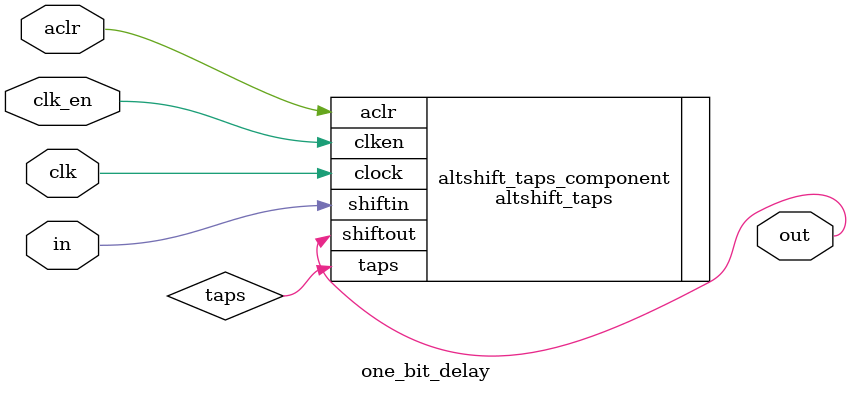
<source format=v>
module one_bit_delay (aclr,clk,clk_en,in,out);

parameter LENGTH=8192;

input	  aclr;
input	  clk_en;
input	  clk;
input	  in;
output	  out;

wire taps;

localparam	lpm_hint = "RAM_BLOCK_TYPE=M4K";
localparam	lpm_type = "altshift_taps";
localparam	number_of_taps = 1;
localparam	tap_distance = LENGTH;
localparam	width = 1;


altshift_taps	#(.lpm_hint(lpm_hint),
                .lpm_type(lpm_type),
                .number_of_taps(number_of_taps),
                .tap_distance(tap_distance),
                .width(width)
                ) 
    altshift_taps_component
                (.clken (clk_en),
				.aclr (aclr),
				.clock (clk),
				.shiftin (in),
				.taps (taps),
				.shiftout (out)
                );
	
	// localparam	altshift_taps_component.lpm_hint = "RAM_BLOCK_TYPE=M512",
	// localparam	altshift_taps_component.lpm_type = "altshift_taps",
	// localparam	altshift_taps_component.number_of_taps = 1,
	// localparam	altshift_taps_component.tap_distance = LENGTH,
	// localparam	altshift_taps_component.width = 1;


endmodule



</source>
